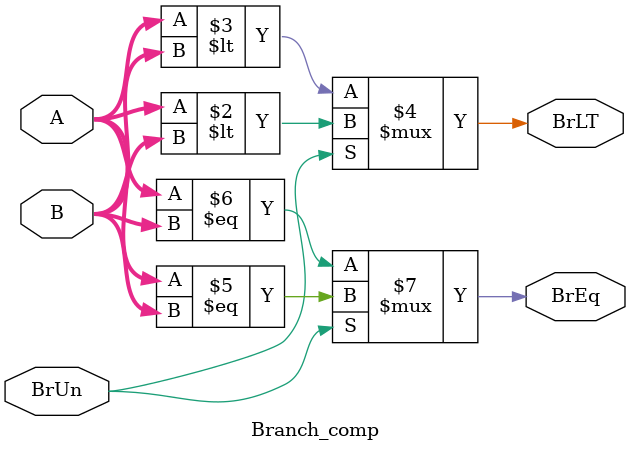
<source format=v>
module Branch_comp(A,B,BrUn, BrLT, BrEq);



input [31:0]A,B;
input BrUn;
output reg BrLT, BrEq;

always@(*)
begin
	
	BrLT = BrUn?A<B:$signed(A)<$signed(B);
	BrEq = BrUn?A==B:$signed(A)==$signed(B);

end
endmodule


</source>
